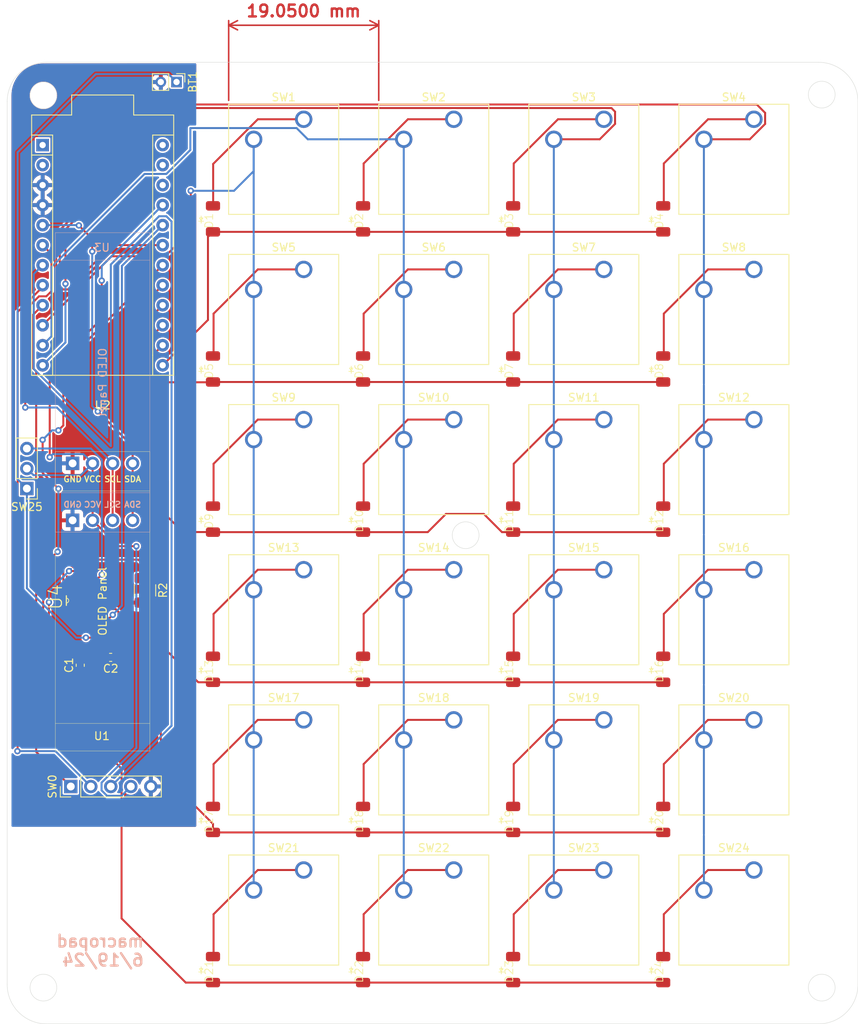
<source format=kicad_pcb>
(kicad_pcb (version 20240108) (generator "pcbnew") (generator_version "8.0")
  (layers (0 "F.Cu" signal) (31 "B.Cu" signal) (34 "B.Paste" user) (35 "F.Paste" user) (36 "B.SilkS" user "B.Silkscreen") (37 "F.SilkS" user "F.Silkscreen") (38 "B.Mask" user) (39 "F.Mask" user) (44 "Edge.Cuts" user))
  (net 0 "")
  (net 1 "GND")
  (net 2 "+5V")
  (net 3 "SCL")
  (net 4 "SDA")
  (net 5 "OUT1")
  (net 6 "Net-(D1-A)")
  (net 7 "Net-(D2-A)")
  (net 8 "Net-(D3-A)")
  (net 9 "Net-(D4-A)")
  (net 10 "Net-(D5-A)")
  (net 11 "Net-(D6-A)")
  (net 12 "OUT2")
  (net 13 "Net-(D7-A)")
  (net 14 "Net-(D8-A)")
  (net 15 "Net-(D9-A)")
  (net 16 "Net-(D10-A)")
  (net 17 "OUT3")
  (net 18 "Net-(D11-A)")
  (net 19 "Net-(D12-A)")
  (net 20 "Net-(D13-A)")
  (net 21 "Net-(D14-A)")
  (net 22 "Net-(D15-A)")
  (net 23 "Net-(D16-A)")
  (net 24 "OUT4")
  (net 25 "Net-(D17-A)")
  (net 26 "Net-(D18-A)")
  (net 27 "Net-(D19-A)")
  (net 28 "Net-(D20-A)")
  (net 29 "OUT5")
  (net 30 "CLK")
  (net 31 "SW")
  (net 32 "DT")
  (net 33 "IN1")
  (net 34 "IN2")
  (net 35 "IN3")
  (net 36 "IN4")
  (net 39 "Net-(D21-A)")
  (net 40 "OUT6")
  (net 41 "Net-(D22-A)")
  (net 42 "Net-(D23-A)")
  (net 43 "Net-(D24-A)")
  (net 46 "Net-(BT1-+)")
  (net 47 "Net-(SW25-C)")
  (net 48 "Net-(U4-PROG)")
  (net 49 "STAT")
  (footprint "LL4148:LL4148" (layer "F.Cu") (at 142.125 156.0625 90)
    (property "Reference" "D23")
    (property "Value" "LL4148")
  )
  (footprint "proj_components:SW_Cherry_MX_1.00u_PCB" (layer "F.Cu") (at 115.64 143.48)
    (property "Reference" "SW21")
    (property "Value" "SW_Push")
  )
  (footprint "proj_components:SW_Cherry_MX_1.00u_PCB" (layer "F.Cu") (at 172.79 48.23)
    (property "Reference" "SW4")
    (property "Value" "SW_Push")
  )
  (footprint "proj_components:SW_Cherry_MX_1.00u_PCB" (layer "F.Cu") (at 134.69 86.33)
    (property "Reference" "SW10")
    (property "Value" "SW_Push")
  )
  (footprint "proj_components:SW_Cherry_MX_1.00u_PCB" (layer "F.Cu") (at 153.74 67.28)
    (property "Reference" "SW7")
    (property "Value" "SW_Push")
  )
  (footprint "Capacitor_SMD:C_0603_1608Metric_Pad1.08x0.95mm_HandSolder" (layer "F.Cu") (at 91.1375 116.5 180)
    (property "Reference" "C2")
    (property "Value" "4.7uF")
  )
  (footprint "proj_components:SW_Cherry_MX_1.00u_PCB" (layer "F.Cu") (at 115.64 86.33)
    (property "Reference" "SW9")
    (property "Value" "SW_Push")
  )
  (footprint "Connector_PinHeader_2.54mm:PinHeader_1x03_P2.54mm_Vertical" (layer "F.Cu") (at 80.5 95.08 180)
    (property "Reference" "SW25")
    (property "Value" "SW_SPDT")
  )
  (footprint "proj_components:SW_Cherry_MX_1.00u_PCB" (layer "F.Cu") (at 153.74 143.48)
    (property "Reference" "SW23")
    (property "Value" "SW_Push")
  )
  (footprint "Connector_PinHeader_2.54mm:PinHeader_1x05_P2.54mm_Vertical" (layer "F.Cu") (at 86.075 132.885 90)
    (property "Reference" "SW0")
    (property "Value" "SW_Coded" (hide yes))
  )
  (footprint "LL4148:LL4148" (layer "F.Cu") (at 161.175 156.0625 90)
    (property "Reference" "D24")
    (property "Value" "LL4148")
  )
  (footprint "LL4148:LL4148" (layer "F.Cu") (at 142.125 117.9625 90)
    (property "Reference" "D15")
    (property "Value" "LL4148")
  )
  (footprint "LL4148:LL4148" (layer "F.Cu") (at 104.025 79.8625 90)
    (property "Reference" "D5")
    (property "Value" "LL4148")
  )
  (footprint "LL4148:LL4148" (layer "F.Cu") (at 123.075 98.9125 90)
    (property "Reference" "D10")
    (property "Value" "LL4148")
  )
  (footprint "LL4148:LL4148" (layer "F.Cu") (at 142.125 60.8125 90)
    (property "Reference" "D3")
    (property "Value" "LL4148")
  )
  (footprint "proj_components:SW_Cherry_MX_1.00u_PCB" (layer "F.Cu") (at 115.64 124.43)
    (property "Reference" "SW17")
    (property "Value" "SW_Push")
  )
  (footprint "proj_components:SW_Cherry_MX_1.00u_PCB" (layer "F.Cu") (at 153.74 105.38)
    (property "Reference" "SW15")
    (property "Value" "SW_Push")
  )
  (footprint "LL4148:LL4148" (layer "F.Cu") (at 123.075 156.0625 90)
    (property "Reference" "D22")
    (property "Value" "LL4148")
  )
  (footprint "proj_components:SW_Cherry_MX_1.00u_PCB" (layer "F.Cu") (at 172.79 124.43)
    (property "Reference" "SW20")
    (property "Value" "SW_Push")
  )
  (footprint "proj_components:SOT95P280X145-5N" (layer "F.Cu") (at 87.0602 109.2954 90)
    (property "Reference" "U4")
    (property "Value" "MCP73831T-2ACI_OT")
  )
  (footprint "proj_components:SW_Cherry_MX_1.00u_PCB" (layer "F.Cu") (at 172.79 86.33)
    (property "Reference" "SW12")
    (property "Value" "SW_Push")
  )
  (footprint "LL4148:LL4148" (layer "F.Cu") (at 123.075 79.8625 90)
    (property "Reference" "D6")
    (property "Value" "LL4148")
  )
  (footprint "Capacitor_SMD:C_0603_1608Metric_Pad1.08x0.95mm_HandSolder" (layer "F.Cu") (at 87.275 117.5 90)
    (property "Reference" "C1")
    (property "Value" "4.7uF")
  )
  (footprint "LL4148:LL4148" (layer "F.Cu") (at 104.025 98.9125 90)
    (property "Reference" "D9")
    (property "Value" "LL4148")
  )
  (footprint "proj_components:SW_Cherry_MX_1.00u_PCB" (layer "F.Cu") (at 115.64 48.23)
    (property "Reference" "SW1")
    (property "Value" "SW_Push")
  )
  (footprint "LL4148:LL4148" (layer "F.Cu") (at 104.025 156.0625 90)
    (property "Reference" "D21")
    (property "Value" "LL4148")
  )
  (footprint "LL4148:LL4148" (layer "F.Cu") (at 161.175 79.8625 90)
    (property "Reference" "D8")
    (property "Value" "LL4148")
  )
  (footprint "proj_components:SW_Cherry_MX_1.00u_PCB" (layer "F.Cu") (at 134.69 67.28)
    (property "Reference" "SW6")
    (property "Value" "SW_Push")
  )
  (footprint "LL4148:LL4148" (layer "F.Cu") (at 161.175 117.9625 90)
    (property "Reference" "D16")
    (property "Value" "LL4148")
  )
  (footprint "LL4148:LL4148" (layer "F.Cu") (at 142.125 79.8625 90)
    (property "Reference" "D7")
    (property "Value" "LL4148")
  )
  (footprint "proj_components:SW_Cherry_MX_1.00u_PCB" (layer "F.Cu") (at 172.79 67.28)
    (property "Reference" "SW8")
    (property "Value" "SW_Push")
  )
  (footprint "LL4148:LL4148" (layer "F.Cu") (at 142.125 98.9125 90)
    (property "Reference" "D11")
    (property "Value" "LL4148")
  )
  (footprint "proj_components:SW_Cherry_MX_1.00u_PCB" (layer "F.Cu") (at 134.69 105.38)
    (property "Reference" "SW14")
    (property "Value" "SW_Push")
  )
  (footprint "LL4148:LL4148" (layer "F.Cu") (at 161.175 137.0125 90)
    (property "Reference" "D20")
    (property "Value" "LL4148")
  )
  (footprint "LL4148:LL4148" (layer "F.Cu") (at 123.075 60.8125 90)
    (property "Reference" "D2")
    (property "Value" "LL4148")
  )
  (footprint "proj_components:SW_Cherry_MX_1.00u_PCB" (layer "F.Cu") (at 172.79 105.38)
    (property "Reference" "SW16")
    (property "Value" "SW_Push")
  )
  (footprint "proj_components:SW_Cherry_MX_1.00u_PCB" (layer "F.Cu") (at 134.69 124.43)
    (property "Reference" "SW18")
    (property "Value" "SW_Push")
  )
  (footprint "proj_components:SW_Cherry_MX_1.00u_PCB" (layer "F.Cu") (at 153.74 124.43)
    (property "Reference" "SW19")
    (property "Value" "SW_Push")
  )
  (footprint "LL4148:LL4148" (layer "F.Cu") (at 104.025 137.0125 90)
    (property "Reference" "D17")
    (property "Value" "LL4148")
  )
  (footprint "LL4148:LL4148" (layer "F.Cu") (at 123.075 117.9625 90)
    (property "Reference" "D14")
    (property "Value" "LL4148")
  )
  (footprint "LL4148:LL4148" (layer "F.Cu") (at 123.075 137.0125 90)
    (property "Reference" "D18")
    (property "Value" "LL4148")
  )
  (footprint "LL4148:LL4148" (layer "F.Cu") (at 104.025 60.8125 90)
    (property "Reference" "D1")
    (property "Value" "LL4148")
  )
  (footprint "proj_components:SW_Cherry_MX_1.00u_PCB" (layer "F.Cu") (at 115.64 105.38)
    (property "Reference" "SW13")
    (property "Value" "SW_Push")
  )
  (footprint "proj_components:SW_Cherry_MX_1.00u_PCB" (layer "F.Cu") (at 134.69 143.48)
    (property "Reference" "SW22")
    (property "Value" "SW_Push")
  )
  (footprint "Connector_PinHeader_2.00mm:PinHeader_1x02_P2.00mm_Vertical" (layer "F.Cu") (at 99.5 43.5 -90)
    (property "Reference" "BT1")
    (property "Value" "Battery")
  )
  (footprint "proj_components:SW_Cherry_MX_1.00u_PCB" (layer "F.Cu") (at 153.74 86.33)
    (property "Reference" "SW11")
    (property "Value" "SW_Push")
  )
  (footprint "proj_components:SSD1306-0.91-OLED-4pin-128x32" (layer "F.Cu") (at 84.115 128.385 90)
    (property "Reference" "U1")
    (property "Value" "SSD1306")
  )
  (footprint "LL4148:LL4148" (layer "F.Cu") (at 142.125 137.0125 90)
    (property "Reference" "D19")
    (property "Value" "LL4148")
  )
  (footprint "proj_components:SW_Cherry_MX_1.00u_PCB" (layer "F.Cu") (at 115.64 67.28)
    (property "Reference" "SW5")
    (property "Value" "SW_Push")
  )
  (footprint "proj_components:SW_Cherry_MX_1.00u_PCB" (layer "F.Cu") (at 134.69 48.23)
    (property "Reference" "SW2")
    (property "Value" "SW_Push")
  )
  (footprint "LL4148:LL4148" (layer "F.Cu") (at 161.175 60.8125 90)
    (property "Reference" "D4")
    (property "Value" "LL4148")
  )
  (footprint "LL4148:LL4148" (layer "F.Cu") (at 104.025 117.9625 90)
    (property "Reference" "D13")
    (property "Value" "LL4148")
  )
  (footprint "proj_components:SW_Cherry_MX_1.00u_PCB" (layer "F.Cu") (at 172.79 143.48)
    (property "Reference" "SW24")
    (property "Value" "SW_Push")
  )
  (footprint "Resistor_SMD:R_1210_3225Metric_Pad1.30x2.65mm_HandSolder" (layer "F.Cu") (at 95.5 108 -90)
    (property "Reference" "R2")
    (property "Value" "2K")
  )
  (footprint "LL4148:LL4148" (layer "F.Cu") (at 161.175 98.9125 90)
    (property "Reference" "D12")
    (property "Value" "LL4148")
  )
  (footprint "proj_components:SW_Cherry_MX_1.00u_PCB" (layer "F.Cu") (at 153.74 48.23)
    (property "Reference" "SW3")
    (property "Value" "SW_Push")
  )
  (footprint "proj_components:Sparkfun_Pro_Micro" (layer "F.Cu") (at 97.74 79.44 180)
    (property "Reference" "U2")
    (property "Value" "ProMicro")
  )
  (footprint "proj_components:SSD1306-0.91-OLED-4pin-128x32" (layer "B.Cu") (at 84.115 62.615 -90)
    (property "Reference" "U3")
    (property "Value" "SSD1306")
  )
  (gr_line (start 83 41) (end 181 41) (stroke (width 0.05)) (layer "Edge.Cuts"))
  (gr_line (start 78 158) (end 78 46) (stroke (width 0.05)) (layer "Edge.Cuts"))
  (gr_line (start 181 163) (end 83 163) (stroke (width 0.05)) (layer "Edge.Cuts"))
  (gr_circle (center 82.599138 158.400862) (end 82.599138 156.700862) (stroke (width 0.05)) (fill none) (layer "Edge.Cuts"))
  (gr_line (start 186 46) (end 186 158) (stroke (width 0.05)) (layer "Edge.Cuts"))
  (gr_arc (start 78 46) (mid 79.464466 42.464466) (end 83 41) (stroke (width 0.05)) (layer "Edge.Cuts"))
  (gr_circle (center 181.4 158.4) (end 179.7 158.4) (stroke (width 0.05)) (fill none) (layer "Edge.Cuts"))
  (gr_circle (center 82.599138 45.199138) (end 84.299138 45.199138) (stroke (width 0.05)) (fill none) (layer "Edge.Cuts"))
  (gr_arc (start 181 41) (mid 184.535534 42.464466) (end 186 46) (stroke (width 0.05)) (layer "Edge.Cuts"))
  (gr_arc (start 83 163) (mid 79.464466 161.535534) (end 78 158) (stroke (width 0.05)) (layer "Edge.Cuts"))
  (gr_circle (center 136.2 101) (end 136.2 102.7) (stroke (width 0.05)) (fill none) (layer "Edge.Cuts"))
  (gr_arc (start 186 158) (mid 184.535534 161.535534) (end 181 163) (stroke (width 0.05)) (layer "Edge.Cuts"))
  (gr_circle (center 181.4 45.1) (end 181.4 46.8) (stroke (width 0.05)) (fill none) (layer "Edge.Cuts"))
  (gr_text "macropad\n6/19/24" (at 95.5 155.8 0) (layer "B.SilkS") (effects (font (size 1.5 1.5) (thickness 0.3) (bold yes)) (justify left bottom mirror)))
  (dimension (type aligned) (layer "F.Cu") (pts (xy 106.115 46.325) (xy 125.165 46.325)) (height -10.025) (gr_text "19.0500 mm" (at 115.64 34.5 0) (layer "F.Cu") (effects (font (size 1.5 1.5) (thickness 0.3)))) (format (prefix "") (suffix "") (units 3) (units_format 1) (precision 4)) (style (thickness 0.2) (arrow_length 1.27) (text_position_mode 0) (extension_height 0.58642) (extension_offset 0.5) keep_text_aligned))
  (segment (start 83.4 91.1) (end 83.4 80.130991) (width 0.25) (layer "F.Cu") (net 2))
  (segment (start 88.845 99.115) (end 88.845 91.885) (width 0.25) (layer "F.Cu") (net 2))
  (segment (start 92.13 102.4) (end 94.4 102.4) (width 0.25) (layer "F.Cu") (net 2))
  (segment (start 90 73.530991) (end 90 68.7) (width 0.25) (layer "F.Cu") (net 2))
  (segment (start 88.845 99.115) (end 92.13 102.4) (width 0.25) (layer "F.Cu") (net 2))
  (segment (start 83.4 80.130991) (end 90 73.530991) (width 0.25) (layer "F.Cu") (net 2))
  (via (at 94.4 102.4) (size 0.8) (drill 0.4) (layers "F.Cu" "B.Cu") (net 2))
  (via (at 83.4 91.1) (size 0.8) (drill 0.4) (layers "F.Cu" "B.Cu") (net 2))
  (via (at 90 68.7) (size 0.8) (drill 0.4) (layers "F.Cu" "B.Cu") (net 2))
  (segment (start 92.52 134.06) (end 93.695 132.885) (width 0.25) (layer "B.Cu") (net 2))
  (segment (start 80.5 92.54) (end 81.35 93.39) (width 0.25) (layer "B.Cu") (net 2))
  (segment (start 90 66.86) (end 97.74 59.12) (width 0.25) (layer "B.Cu") (net 2))
  (segment (start 90 68.7) (end 90 66.86) (width 0.25) (layer "B.Cu") (net 2))
  (segment (start 90.668299 134.06) (end 92.52 134.06) (width 0.25) (layer "B.Cu") (net 2))
  (segment (start 89.98 132.398299) (end 89.98 133.371701) (width 0.25) (layer "B.Cu") (net 2))
  (segment (start 83.79 90.71) (end 83.4 91.1) (width 0.25) (layer "B.Cu") (net 2))
  (segment (start 87.67 90.71) (end 83.79 90.71) (width 0.25) (layer "B.Cu") (net 2))
  (segment (start 88.845 91.885) (end 87.67 90.71) (width 0.25) (layer "B.Cu") (net 2))
  (segment (start 94.4 102.4) (end 94.4 127.978299) (width 0.25) (layer "B.Cu") (net 2))
  (segment (start 94.4 127.978299) (end 89.98 132.398299) (width 0.25) (layer "B.Cu") (net 2))
  (segment (start 87.34 93.39) (end 88.845 91.885) (width 0.25) (layer "B.Cu") (net 2))
  (segment (start 81.35 93.39) (end 87.34 93.39) (width 0.25) (layer "B.Cu") (net 2))
  (segment (start 89.98 133.371701) (end 90.668299 134.06) (width 0.25) (layer "B.Cu") (net 2))
  (segment (start 82.034009 70.695) (end 80.3 72.429009) (width 0.25) (layer "F.Cu") (net 3))
  (segment (start 82.965991 70.695) (end 82.034009 70.695) (width 0.25) (layer "F.Cu") (net 3))
  (segment (start 80.3 72.429009) (end 80.3 84.8) (width 0.25) (layer "F.Cu") (net 3))
  (segment (start 83.625 65.325) (end 83.625 70.035991) (width 0.25) (layer "F.Cu") (net 3))
  (segment (start 83.625 70.035991) (end 82.965991 70.695) (width 0.25) (layer "F.Cu") (net 3))
  (segment (start 82.5 64.2) (end 83.625 65.325) (width 0.25) (layer "F.Cu") (net 3))
  (segment (start 91.385 91.885) (end 91.385 99.115) (width 0.25) (layer "F.Cu") (net 3))
  (via (at 80.3 84.8) (size 0.8) (drill 0.4) (layers "F.Cu" "B.Cu") (net 3))
  (segment (start 80.3 84.8) (end 84.3 84.8) (width 0.25) (layer "B.Cu") (net 3))
  (segment (start 84.3 84.8) (end 91.385 91.885) (width 0.25) (layer "B.Cu") (net 3))
  (segment (start 93.925 91.885) (end 93.925 99.115) (width 0.25) (layer "F.Cu") (net 4))
  (segment (start 93.925 89.725) (end 93.925 91.885) (width 0.25) (layer "F.Cu") (net 4))
  (segment (start 88.8 63.4) (end 88.8 65) (width 0.25) (layer "F.Cu") (net 4))
  (segment (start 87.1 61.7) (end 88.8 63.4) (width 0.25) (layer "F.Cu") (net 4))
  (segment (start 89.5 85.3) (end 93.925 89.725) (width 0.25) (layer "F.Cu") (net 4))
  (via (at 89.5 85.3) (size 0.8) (drill 0.4) (layers "F.Cu" "B.Cu") (net 4))
  (via (at 88.8 65) (size 0.8) (drill 0.4) (layers "F.Cu" "B.Cu") (net 4))
  (via (at 87.1 61.7) (size 0.8) (drill 0.4) (layers "F.Cu" "B.Cu") (net 4))
  (segment (start 88.8 65) (end 88.8 84.6) (width 0.25) (layer "B.Cu") (net 4))
  (segment (start 87.06 61.66) (end 87.1 61.7) (width 0.25) (layer "B.Cu") (net 4))
  (segment (start 82.5 61.66) (end 87.06 61.66) (width 0.25) (layer "B.Cu") (net 4))
  (segment (start 88.8 84.6) (end 89.5 85.3) (width 0.25) (layer "B.Cu") (net 4))
  (segment (start 104.125 62.5125) (end 103.4875 63.15) (width 0.25) (layer "F.Cu") (net 5))
  (segment (start 104.125 62.5125) (end 161.275 62.5125) (width 0.25) (layer "F.Cu") (net 5))
  (segment (start 103.4875 73.6925) (end 97.74 79.44) (width 0.25) (layer "F.Cu") (net 5))
  (segment (start 103.4875 63.15) (end 103.4875 73.6925) (width 0.25) (layer "F.Cu") (net 5))
  (segment (start 115.64 48.23) (end 109.814745 48.23) (width 0.25) (layer "F.Cu") (net 6))
  (segment (start 109.814745 48.23) (end 104.15 53.894745) (width 0.25) (layer "F.Cu") (net 6))
  (segment (start 104.15 53.894745) (end 104.15 59.2125) (width 0.25) (layer "F.Cu") (net 6))
  (segment (start 128.864745 48.23) (end 123.25 53.844745) (width 0.25) (layer "F.Cu") (net 7))
  (segment (start 134.69 48.23) (end 128.864745 48.23) (width 0.25) (layer "F.Cu") (net 7))
  (segment (start 123.25 53.844745) (end 123.25 58.85) (width 0.25) (layer "F.Cu") (net 7))
  (segment (start 142.3 53.844745) (end 142.3 58.85) (width 0.25) (layer "F.Cu") (net 8))
  (segment (start 153.74 48.23) (end 147.914745 48.23) (width 0.25) (layer "F.Cu") (net 8))
  (segment (start 147.914745 48.23) (end 142.3 53.844745) (width 0.25) (layer "F.Cu") (net 8))
  (segment (start 161.35 53.844745) (end 161.35 58.85) (width 0.25) (layer "F.Cu") (net 9))
  (segment (start 172.79 48.23) (end 166.964745 48.23) (width 0.25) (layer "F.Cu") (net 9))
  (segment (start 166.964745 48.23) (end 161.35 53.844745) (width 0.25) (layer "F.Cu") (net 9))
  (segment (start 109.814745 67.28) (end 104.2 72.894745) (width 0.25) (layer "F.Cu") (net 10))
  (segment (start 104.2 72.894745) (end 104.2 77.9) (width 0.25) (layer "F.Cu") (net 10))
  (segment (start 115.64 67.28) (end 109.814745 67.28) (width 0.25) (layer "F.Cu") (net 10))
  (segment (start 134.69 67.28) (end 128.864745 67.28) (width 0.25) (layer "F.Cu") (net 11))
  (segment (start 123.25 72.894745) (end 123.25 77.9) (width 0.25) (layer "F.Cu") (net 11))
  (segment (start 128.864745 67.28) (end 123.25 72.894745) (width 0.25) (layer "F.Cu") (net 11))
  (segment (start 104.0875 81.6) (end 104.125 81.5625) (width 0.25) (layer "F.Cu") (net 12))
  (segment (start 96.615 79.905991) (end 98.309009 81.6) (width 0.25) (layer "F.Cu") (net 12))
  (segment (start 97.74 76.9) (end 96.615 78.025) (width 0.25) (layer "F.Cu") (net 12))
  (segment (start 161.275 81.5625) (end 104.125 81.5625) (width 0.25) (layer "F.Cu") (net 12))
  (segment (start 98.309009 81.6) (end 104.0875 81.6) (width 0.25) (layer "F.Cu") (net 12))
  (segment (start 96.615 78.025) (end 96.615 79.905991) (width 0.25) (layer "F.Cu") (net 12))
  (segment (start 142.3 72.894745) (end 142.3 77.9) (width 0.25) (layer "F.Cu") (net 13))
  (segment (start 147.914745 67.28) (end 142.3 72.894745) (width 0.25) (layer "F.Cu") (net 13))
  (segment (start 153.74 67.28) (end 147.914745 67.28) (width 0.25) (layer "F.Cu") (net 13))
  (segment (start 166.964745 67.28) (end 161.35 72.894745) (width 0.25) (layer "F.Cu") (net 14))
  (segment (start 161.35 72.894745) (end 161.35 77.9) (width 0.25) (layer "F.Cu") (net 14))
  (segment (start 172.79 67.28) (end 166.964745 67.28) (width 0.25) (layer "F.Cu") (net 14))
  (segment (start 109.814745 86.33) (end 104.2 91.944745) (width 0.25) (layer "F.Cu") (net 15))
  (segment (start 104.2 91.944745) (end 104.2 96.95) (width 0.25) (layer "F.Cu") (net 15))
  (segment (start 115.64 86.33) (end 109.814745 86.33) (width 0.25) (layer "F.Cu") (net 15))
  (segment (start 123.25 91.944745) (end 123.25 96.95) (width 0.25) (layer "F.Cu") (net 16))
  (segment (start 128.864745 86.33) (end 123.25 91.944745) (width 0.25) (layer "F.Cu") (net 16))
  (segment (start 134.69 86.33) (end 128.864745 86.33) (width 0.25) (layer "F.Cu") (net 16))
  (segment (start 140.8125 100.6125) (end 142.225 100.6125) (width 0.25) (layer "F.Cu") (net 17))
  (segment (start 104.125 100.6125) (end 131.3875 100.6125) (width 0.25) (layer "F.Cu") (net 17))
  (segment (start 138.5 98.3) (end 140.8125 100.6125) (width 0.25) (layer "F.Cu") (net 17))
  (segment (start 161.275 100.6125) (end 142.225 100.6125) (width 0.25) (layer "F.Cu") (net 17))
  (segment (start 131.3875 100.6125) (end 133.7 98.3) (width 0.25) (layer "F.Cu") (net 17))
  (segment (start 133.7 98.3) (end 138.5 98.3) (width 0.25) (layer "F.Cu") (net 17))
  (segment (start 98.4 94.125) (end 98.4 98.7) (width 0.25) (layer "F.Cu") (net 17))
  (segment (start 104.1125 100.6) (end 104.125 100.6125) (width 0.25) (layer "F.Cu") (net 17))
  (segment (start 97.74 74.36) (end 96.165 75.935) (width 0.25) (layer "F.Cu") (net 17))
  (segment (start 96.165 75.935) (end 96.165 91.89) (width 0.25) (layer "F.Cu") (net 17))
  (segment (start 98.4 98.7) (end 100.3 100.6) (width 0.25) (layer "F.Cu") (net 17))
  (segment (start 96.165 91.89) (end 98.4 94.125) (width 0.25) (layer "F.Cu") (net 17))
  (segment (start 100.3 100.6) (end 104.1125 100.6) (width 0.25) (layer "F.Cu") (net 17))
  (segment (start 153.74 86.33) (end 147.914745 86.33) (width 0.25) (layer "F.Cu") (net 18))
  (segment (start 142.3 91.944745) (end 142.3 96.95) (width 0.25) (layer "F.Cu") (net 18))
  (segment (start 147.914745 86.33) (end 142.3 91.944745) (width 0.25) (layer "F.Cu") (net 18))
  (segment (start 161.35 91.944745) (end 161.35 96.95) (width 0.25) (layer "F.Cu") (net 19))
  (segment (start 172.79 86.33) (end 166.964745 86.33) (width 0.25) (layer "F.Cu") (net 19))
  (segment (start 166.964745 86.33) (end 161.35 91.944745) (width 0.25) (layer "F.Cu") (net 19))
  (segment (start 115.64 105.38) (end 109.814745 105.38) (width 0.25) (layer "F.Cu") (net 20))
  (segment (start 104.2 110.994745) (end 104.2 116) (width 0.25) (layer "F.Cu") (net 20))
  (segment (start 109.814745 105.38) (end 104.2 110.994745) (width 0.25) (layer "F.Cu") (net 20))
  (segment (start 123.25 110.994745) (end 123.25 116) (width 0.25) (layer "F.Cu") (net 21))
  (segment (start 128.864745 105.38) (end 123.25 110.994745) (width 0.25) (layer "F.Cu") (net 21))
  (segment (start 134.69 105.38) (end 128.864745 105.38) (width 0.25) (layer "F.Cu") (net 21))
  (segment (start 142.3 110.994745) (end 142.3 116) (width 0.25) (layer "F.Cu") (net 22))
  (segment (start 153.74 105.38) (end 147.914745 105.38) (width 0.25) (layer "F.Cu") (net 22))
  (segment (start 147.914745 105.38) (end 142.3 110.994745) (width 0.25) (layer "F.Cu") (net 22))
  (segment (start 172.79 105.38) (end 166.964745 105.38) (width 0.25) (layer "F.Cu") (net 23))
  (segment (start 166.964745 105.38) (end 161.35 110.994745) (width 0.25) (layer "F.Cu") (net 23))
  (segment (start 161.35 110.994745) (end 161.35 116) (width 0.25) (layer "F.Cu") (net 23))
  (segment (start 95.715 92.076396) (end 95.715 73.845) (width 0.25) (layer "F.Cu") (net 24))
  (segment (start 95.715 73.845) (end 97.74 71.82) (width 0.25) (layer "F.Cu") (net 24))
  (segment (start 97.95 94.311396) (end 95.715 92.076396) (width 0.25) (layer "F.Cu") (net 24))
  (segment (start 104.125 119.6625) (end 102.2625 119.6625) (width 0.25) (layer "F.Cu") (net 24))
  (segment (start 97.95 115.35) (end 97.95 94.311396) (width 0.25) (layer "F.Cu") (net 24))
  (segment (start 102.2625 119.6625) (end 97.95 115.35) (width 0.25) (layer "F.Cu") (net 24))
  (segment (start 104.125 119.6625) (end 161.275 119.6625) (width 0.25) (layer "F.Cu") (net 24))
  (segment (start 115.64 124.43) (end 109.814745 124.43) (width 0.25) (layer "F.Cu") (net 25))
  (segment (start 104.2 130.044745) (end 104.2 135.05) (width 0.25) (layer "F.Cu") (net 25))
  (segment (start 109.814745 124.43) (end 104.2 130.044745) (width 0.25) (layer "F.Cu") (net 25))
  (segment (start 128.864745 124.43) (end 123.25 130.044745) (width 0.25) (layer "F.Cu") (net 26))
  (segment (start 134.69 124.43) (end 128.864745 124.43) (width 0.25) (layer "F.Cu") (net 26))
  (segment (start 123.25 130.044745) (end 123.25 135.05) (width 0.25) (layer "F.Cu") (net 26))
  (segment (start 153.74 124.43) (end 147.914745 124.43) (width 0.25) (layer "F.Cu") (net 27))
  (segment (start 142.3 130.044745) (end 142.3 135.05) (width 0.25) (layer "F.Cu") (net 27))
  (segment (start 147.914745 124.43) (end 142.3 130.044745) (width 0.25) (layer "F.Cu") (net 27))
  (segment (start 172.79 124.43) (end 166.964745 124.43) (width 0.25) (layer "F.Cu") (net 28))
  (segment (start 161.35 130.044745) (end 161.35 135.05) (width 0.25) (layer "F.Cu") (net 28))
  (segment (start 166.964745 124.43) (end 161.35 130.044745) (width 0.25) (layer "F.Cu") (net 28))
  (segment (start 95.265 92.262792) (end 95.265 71.755) (width 0.25) (layer "F.Cu") (net 29))
  (segment (start 104.125 137.625) (end 97.5 131) (width 0.25) (layer "F.Cu") (net 29))
  (segment (start 104.125 138.7125) (end 104.125 137.625) (width 0.25) (layer "F.Cu") (net 29))
  (segment (start 97.5 131) (end 97.5 94.497792) (width 0.25) (layer "F.Cu") (net 29))
  (segment (start 95.265 71.755) (end 97.74 69.28) (width 0.25) (layer "F.Cu") (net 29))
  (segment (start 97.5 94.497792) (end 95.265 92.262792) (width 0.25) (layer "F.Cu") (net 29))
  (segment (start 161.275 138.7125) (end 104.125 138.7125) (width 0.25) (layer "F.Cu") (net 29))
  (segment (start 81.3 79.830991) (end 81.3 73.02) (width 0.25) (layer "F.Cu") (net 30))
  (segment (start 81.684504 128.494504) (end 81.684504 80.215495) (width 0.25) (layer "F.Cu") (net 30))
  (segment (start 81.684504 80.215495) (end 81.3 79.830991) (width 0.25) (layer "F.Cu") (net 30))
  (segment (start 81.3 73.02) (end 82.5 71.82) (width 0.25) (layer "F.Cu") (net 30))
  (segment (start 86.075 132.885) (end 81.684504 128.494504) (width 0.25) (layer "F.Cu") (net 30))
  (segment (start 98.865 125.175) (end 91.155 132.885) (width 0.25) (layer "B.Cu") (net 31))
  (segment (start 81.375 67.865) (end 81.375 79.905991) (width 0.25) (layer "B.Cu") (net 31))
  (segment (start 82.5 66.74) (end 81.375 67.865) (width 0.25) (layer "B.Cu") (net 31))
  (segment (start 81.375 79.905991) (end 91.155 89.685991) (width 0.25) (layer "B.Cu") (net 31))
  (segment (start 91.155 66.654009) (end 97.274009 60.535) (width 0.25) (layer "B.Cu") (net 31))
  (segment (start 91.155 89.685991) (end 91.155 66.654009) (width 0.25) (layer "B.Cu") (net 31))
  (segment (start 98.865 61.194009) (end 98.865 125.175) (width 0.25) (layer "B.Cu") (net 31))
  (segment (start 97.274009 60.535) (end 98.205991 60.535) (width 0.25) (layer "B.Cu") (net 31))
  (segment (start 98.205991 60.535) (end 98.865 61.194009) (width 0.25) (layer "B.Cu") (net 31))
  (segment (start 82.5 69.5) (end 82.5 69.28) (width 0.25) (layer "F.Cu") (net 32))
  (segment (start 79.325 128.425) (end 79.325 72.675) (width 0.25) (layer "F.Cu") (net 32))
  (segment (start 79.325 72.675) (end 82.5 69.5) (width 0.25) (layer "F.Cu") (net 32))
  (segment (start 79.3 128.4) (end 79.325 128.425) (width 0.25) (layer "F.Cu") (net 32))
  (via (at 79.3 128.4) (size 0.8) (drill 0.4) (layers "F.Cu" "B.Cu") (net 32))
  (segment (start 79.3 128.4) (end 84.13 128.4) (width 0.25) (layer "B.Cu") (net 32))
  (segment (start 84.13 128.4) (end 88.615 132.885) (width 0.25) (layer "B.Cu") (net 32))
  (segment (start 91.245 65.615) (end 82.5 74.36) (width 0.25) (layer "F.Cu") (net 33))
  (segment (start 98.0524 65.615) (end 101.3 62.3674) (width 0.25) (layer "F.Cu") (net 33))
  (segment (start 98.0524 65.615) (end 91.245 65.615) (width 0.25) (layer "F.Cu") (net 33))
  (segment (start 101.3 62.3674) (end 101.3 57.3) (width 0.25) (layer "F.Cu") (net 33))
  (via (at 101.3 57.3) (size 0.8) (drill 0.4) (layers "F.Cu" "B.Cu") (net 33))
  (segment (start 109.29 126.97) (end 109.29 120.06) (width 0.25) (layer "B.Cu") (net 33))
  (segment (start 109.29 88.87) (end 109.29 81.96) (width 0.25) (layer "B.Cu") (net 33))
  (segment (start 109.29 69.82) (end 109.29 81.79) (width 0.25) (layer "B.Cu") (net 33))
  (segment (start 109.29 126.97) (end 109.29 138.94) (width 0.25) (layer "B.Cu") (net 33))
  (segment (start 101.3 57.3) (end 106.8 57.3) (width 0.25) (layer "B.Cu") (net 33))
  (segment (start 109.29 54.81) (end 109.29 50.77) (width 0.25) (layer "B.Cu") (net 33))
  (segment (start 109.29 50.77) (end 109.29 62.74) (width 0.25) (layer "B.Cu") (net 33))
  (segment (start 106.8 57.3) (end 109.29 54.81) (width 0.25) (layer "B.Cu") (net 33))
  (segment (start 109.29 146.02) (end 109.29 139.11) (width 0.25) (layer "B.Cu") (net 33))
  (segment (start 109.29 107.92) (end 109.29 119.89) (width 0.25) (layer "B.Cu") (net 33))
  (segment (start 109.29 88.87) (end 109.29 100.84) (width 0.25) (layer "B.Cu") (net 33))
  (segment (start 109.29 69.82) (end 109.29 62.91) (width 0.25) (layer "B.Cu") (net 33))
  (segment (start 109.29 107.92) (end 109.29 101.01) (width 0.25) (layer "B.Cu") (net 33))
  (segment (start 128.34 69.82) (end 128.34 81.79) (width 0.25) (layer "B.Cu") (net 34))
  (segment (start 128.34 107.92) (end 128.34 119.89) (width 0.25) (layer "B.Cu") (net 34))
  (segment (start 128.34 88.87) (end 128.34 100.84) (width 0.25) (layer "B.Cu") (net 34))
  (segment (start 83.625 75.775) (end 82.5 76.9) (width 0.25) (layer "B.Cu") (net 34))
  (segment (start 128.34 88.87) (end 128.34 81.96) (width 0.25) (layer "B.Cu") (net 34))
  (segment (start 116.164745 50.77) (end 114.739745 49.345) (width 0.25) (layer "B.Cu") (net 34))
  (segment (start 101.255 52.115991) (end 98.205991 55.165) (width 0.25) (layer "B.Cu") (net 34))
  (segment (start 83.625 66.975) (end 83.625 75.775) (width 0.25) (layer "B.Cu") (net 34))
  (segment (start 128.34 126.97) (end 128.34 120.06) (width 0.25) (layer "B.Cu") (net 34))
  (segment (start 114.739745 49.345) (end 101.255 49.345) (width 0.25) (layer "B.Cu") (net 34))
  (segment (start 95.435 55.165) (end 83.625 66.975) (width 0.25) (layer "B.Cu") (net 34))
  (segment (start 128.34 69.82) (end 128.34 50.77) (width 0.25) (layer "B.Cu") (net 34))
  (segment (start 128.34 126.97) (end 128.34 138.94) (width 0.25) (layer "B.Cu") (net 34))
  (segment (start 128.34 107.92) (end 128.34 101.01) (width 0.25) (layer "B.Cu") (net 34))
  (segment (start 128.34 146.02) (end 128.34 139.11) (width 0.25) (layer "B.Cu") (net 34))
  (segment (start 98.205991 55.165) (end 95.435 55.165) (width 0.25) (layer "B.Cu") (net 34))
  (segment (start 128.34 50.77) (end 116.164745 50.77) (width 0.25) (layer "B.Cu") (net 34))
  (segment (start 101.255 49.345) (end 101.255 52.115991) (width 0.25) (layer "B.Cu") (net 34))
  (segment (start 155.165 48.820255) (end 155.165 47.265) (width 0.25) (layer "F.Cu") (net 35))
  (segment (start 154.705 46.805) (end 100.795 46.805) (width 0.25) (layer "F.Cu") (net 35))
  (segment (start 153.215255 50.77) (end 155.165 48.820255) (width 0.25) (layer "F.Cu") (net 35))
  (segment (start 100.795 46.805) (end 85.4 62.2) (width 0.25) (layer "F.Cu") (net 35))
  (segment (start 85.4 62.2) (end 85.4 69.1) (width 0.25) (layer "F.Cu") (net 35))
  (segment (start 155.165 47.265) (end 154.705 46.805) (width 0.25) (layer "F.Cu") (net 35))
  (segment (start 147.39 50.77) (end 153.215255 50.77) (width 0.25) (layer "F.Cu") (net 35))
  (via (at 85.4 69.1) (size 0.8) (drill 0.4) (layers "F.Cu" "B.Cu") (net 35))
  (segment (start 147.39 88.87) (end 147.39 100.84) (width 0.25) (layer "B.Cu") (net 35))
  (segment (start 147.39 107.92) (end 147.39 101.01) (width 0.25) (layer "B.Cu") (net 35))
  (segment (start 85.4 76.54) (end 82.5 79.44) (width 0.25) (layer "B.Cu") (net 35))
  (segment (start 147.39 50.77) (end 147.39 69.82) (width 0.25) (layer "B.Cu") (net 35))
  (segment (start 147.39 126.97) (end 147.39 138.94) (width 0.25) (layer "B.Cu") (net 35))
  (segment (start 147.39 126.97) (end 147.39 120.06) (width 0.25) (layer "B.Cu") (net 35))
  (segment (start 147.39 107.92) (end 147.39 119.89) (width 0.25) (layer "B.Cu") (net 35))
  (segment (start 147.39 88.87) (end 147.39 81.96) (width 0.25) (layer "B.Cu") (net 35))
  (segment (start 147.39 146.02) (end 147.39 139.11) (width 0.25) (layer "B.Cu") (net 35))
  (segment (start 85.4 69.1) (end 85.4 76.54) (width 0.25) (layer "B.Cu") (net 35))
  (segment (start 147.39 69.82) (end 147.39 81.79) (width 0.25) (layer "B.Cu") (net 35))
  (segment (start 173.155 46.355) (end 100.608604 46.355) (width 0.25) (layer "F.Cu") (net 36))
  (segment (start 84.675 62.288604) (end 84.675 69.400305) (width 0.25) (layer "F.Cu") (net 36))
  (segment (start 85.099695 69.825) (end 85.700305 69.825) (width 0.25) (layer "F.Cu") (net 36))
  (segment (start 91.325305 64.2) (end 97.74 64.2) (width 0.25) (layer "F.Cu") (net 36))
  (segment (start 166.44 50.77) (end 172.265255 50.77) (width 0.25) (layer "F.Cu") (net 36))
  (segment (start 174.215 48.820255) (end 174.215 47.415) (width 0.25) (layer "F.Cu") (net 36))
  (segment (start 172.265255 50.77) (end 174.215 48.820255) (width 0.25) (layer "F.Cu") (net 36))
  (segment (start 85.700305 69.825) (end 91.325305 64.2) (width 0.25) (layer "F.Cu") (net 36))
  (segment (start 174.215 47.415) (end 173.155 46.355) (width 0.25) (layer "F.Cu") (net 36))
  (segment (start 100.608604 46.355) (end 84.675 62.288604) (width 0.25) (layer "F.Cu") (net 36))
  (segment (start 84.675 69.400305) (end 85.099695 69.825) (width 0.25) (layer "F.Cu") (net 36))
  (segment (start 166.44 107.92) (end 166.44 119.89) (width 0.25) (layer "B.Cu") (net 36))
  (segment (start 166.44 88.87) (end 166.44 81.96) (width 0.25) (layer "B.Cu") (net 36))
  (segment (start 166.44 69.82) (end 166.44 50.77) (width 0.25) (layer "B.Cu") (net 36))
  (segment (start 166.44 88.87) (end 166.44 100.84) (width 0.25) (layer "B.Cu") (net 36))
  (segment (start 166.44 126.97) (end 166.44 120.06) (width 0.25) (layer "B.Cu") (net 36))
  (segment (start 166.44 126.97) (end 166.44 138.94) (width 0.25) (layer "B.Cu") (net 36))
  (segment (start 166.44 146.02) (end 166.44 139.11) (width 0.25) (layer "B.Cu") (net 36))
  (segment (start 166.44 107.92) (end 166.44 101.01) (width 0.25) (layer "B.Cu") (net 36))
  (segment (start 166.44 69.82) (end 166.44 81.79) (width 0.25) (layer "B.Cu") (net 36))
  (segment (start 115.64 143.48) (end 109.814745 143.48) (width 0.25) (layer "F.Cu") (net 39))
  (segment (start 109.814745 143.48) (end 104.2 149.094745) (width 0.25) (layer "F.Cu") (net 39))
  (segment (start 104.2 149.094745) (end 104.2 154.1) (width 0.25) (layer "F.Cu") (net 39))
  (segment (start 92.52 149.62) (end 100.6625 157.7625) (width 0.25) (layer "F.Cu") (net 40))
  (segment (start 84.4 103.1) (end 82.575 104.925) (width 0.25) (layer "F.Cu") (net 40))
  (segment (start 82.5 93.1) (end 84.5 95.1) (width 0.25) (layer "F.Cu") (net 40))
  (segment (start 85.13 79.35) (end 97.74 66.74) (width 0.25) (layer "F.Cu") (net 40))
  (segment (start 104.125 157.7625) (end 161.275 157.7625) (width 0.25) (layer "F.Cu") (net 40))
  (segment (start 82.575 120.675) (end 92.52 130.62) (width 0.25) (layer "F.Cu") (net 40))
  (segment (start 82.5 88.9) (end 82.5 93.1) (width 0.25) (layer "F.Cu") (net 40))
  (segment (start 92.52 130.62) (end 92.52 149.62) (width 0.25) (layer "F.Cu") (net 40))
  (segment (start 100.6625 157.7625) (end 104.125 157.7625) (width 0.25) (layer "F.Cu") (net 40))
  (segment (start 82.575 104.925) (end 82.575 120.675) (width 0.25) (layer "F.Cu") (net 40))
  (segment (start 84.5 87.7) (end 85.13 87.07) (width 0.25) (layer "F.Cu") (net 40))
  (segment (start 85.13 87.07) (end 85.13 79.35) (width 0.25) (layer "F.Cu") (net 40))
  (via (at 84.5 87.7) (size 0.8) (drill 0.4) (layers "F.Cu" "B.Cu") (net 40))
  (via (at 84.5 95.1) (size 0.8) (drill 0.4) (layers "F.Cu" "B.Cu") (net 40))
  (via (at 84.4 103.1) (size 0.8) (drill 0.4) (layers "F.Cu" "B.Cu") (net 40))
  (via (at 82.5 88.9) (size 0.8) (drill 0.4) (layers "F.Cu" "B.Cu") (net 40))
  (segment (start 84.5 95.1) (end 84.5 103) (width 0.25) (layer "B.Cu") (net 40))
  (segment (start 84.5 103) (end 84.4 103.1) (width 0.25) (layer "B.Cu") (net 40))
  (segment (start 84.5 87.7) (end 83.7 87.7) (width 0.25) (layer "B.Cu") (net 40))
  (segment (start 83.7 87.7) (end 82.5 88.9) (width 0.25) (layer "B.Cu") (net 40))
  (segment (start 128.864745 143.48) (end 123.25 149.094745) (width 0.25) (layer "F.Cu") (net 41))
  (segment (start 123.25 149.094745) (end 123.25 154.1) (width 0.25) (layer "F.Cu") (net 41))
  (segment (start 134.69 143.48) (end 128.864745 143.48) (width 0.25) (layer "F.Cu") (net 41))
  (segment (start 142.3 149.094745) (end 142.3 154.1) (width 0.25) (layer "F.Cu") (net 42))
  (segment (start 153.74 143.48) (end 147.914745 143.48) (width 0.25) (layer "F.Cu") (net 42))
  (segment (start 147.914745 143.48) (end 142.3 149.094745) (width 0.25) (layer "F.Cu") (net 42))
  (segment (start 166.964745 143.48) (end 161.35 149.094745) (width 0.25) (layer "F.Cu") (net 43))
  (segment (start 172.79 143.48) (end 166.964745 143.48) (width 0.25) (layer "F.Cu") (net 43))
  (segment (start 161.35 149.094745) (end 161.35 154.1) (width 0.25) (layer "F.Cu") (net 43))
  (segment (start 88 114) (end 91.625 114) (width 0.25) (layer "F.Cu") (net 46))
  (segment (start 91.775 110.375) (end 92.125 110.725) (width 0.25) (layer "F.Cu") (net 46))
  (segment (start 92.125 110.725) (end 92.125 114.5) (width 0.25) (layer "F.Cu") (net 46))
  (segment (start 88.2158 110.375) (end 91.775 110.375) (width 0.25) (layer "F.Cu") (net 46))
  (segment (start 92.125 115.92) (end 91.545 116.5) (width 0.25) (layer "F.Cu") (net 46))
  (segment (start 91.625 114) (end 92.125 114.5) (width 0.25) (layer "F.Cu") (net 46))
  (segment (start 92.125 114.5) (end 92.125 115.92) (width 0.25) (layer "F.Cu") (net 46))
  (segment (start 88 110.5908) (end 88.2158 110.375) (width 0.25) (layer "F.Cu") (net 46))
  (via (at 88 114) (size 0.8) (drill 0.4) (layers "F.Cu" "B.Cu") (net 46))
  (segment (start 89.25 42.5) (end 98.5 42.5) (width 0.25) (layer "B.Cu") (net 46))
  (segment (start 80.5 107.725305) (end 80.5 95.08) (width 0.25) (layer "B.Cu") (net 46))
  (segment (start 88 114) (end 86.774695 114) (width 0.25) (layer "B.Cu") (net 46))
  (segment (start 86.774695 114) (end 80.5 107.725305) (width 0.25) (layer "B.Cu") (net 46))
  (segment (start 79.325 93.905) (end 79.325 52.425) (width 0.25) (layer "B.Cu") (net 46))
  (segment (start 80.5 95.08) (end 79.325 93.905) (width 0.25) (layer "B.Cu") (net 46))
  (segment (start 79.325 52.425) (end 89.25 42.5) (width 0.25) (layer "B.Cu") (net 46))
  (segment (start 98.5 42.5) (end 99.5 43.5) (width 0.25) (layer "B.Cu") (net 46))
  (segment (start 88 106.8) (end 88 108) (width 0.25) (layer "F.Cu") (net 47))
  (segment (start 90 106) (end 88 108) (width 0.25) (layer "F.Cu") (net 47))
  (segment (start 86.75 105.55) (end 88 106.8) (width 0.25) (layer "F.Cu") (net 47))
  (segment (start 86.996188 117.735) (end 83.3 114.038812) (width 0.25) (layer "F.Cu") (net 47))
  (segment (start 83.3 114.038812) (end 83.3 109.5) (width 0.25) (layer "F.Cu") (net 47))
  (segment (start 87.275 117.9075) (end 87.1025 117.735) (width 0.25) (layer "F.Cu") (net 47))
  (segment (start 85.855 105.55) (end 86.75 105.55) (width 0.25) (layer "F.Cu") (net 47))
  (segment (start 87.1025 117.735) (end 86.996188 117.735) (width 0.25) (layer "F.Cu") (net 47))
  (via (at 90 106) (size 0.8) (drill 0.4) (layers "F.Cu" "B.Cu") (net 47))
  (via (at 85.855 105.55) (size 0.8) (drill 0.4) (layers "F.Cu" "B.Cu") (net 47))
  (via (at 83.3 109.5) (size 0.8) (drill 0.4) (layers "F.Cu" "B.Cu") (net 47))
  (segment (start 90.02 106.02) (end 90 106) (width 0.25) (layer "B.Cu") (net 47))
  (segment (start 80.5 90) (end 88.621701 90) (width 0.25) (layer "B.Cu") (net 47))
  (segment (start 83.3 109.5) (end 83.3 108.1) (width 0.25) (layer "B.Cu") (net 47))
  (segment (start 90.02 106.08) (end 90.02 106.02) (width 0.25) (layer "B.Cu") (net 47))
  (segment (start 88.621701 90) (end 90.02 91.398299) (width 0.25) (layer "B.Cu") (net 47))
  (segment (start 83.3 108.1) (end 86.1 105.3) (width 0.25) (layer "B.Cu") (net 47))
  (segment (start 90.02 91.398299) (end 90.02 106.08) (width 0.25) (layer "B.Cu") (net 47))
  (segment (start 86.1 105.305) (end 85.855 105.55) (width 0.25) (layer "B.Cu") (net 47))
  (segment (start 86.1 105.3) (end 86.1 105.305) (width 0.25) (layer "B.Cu") (net 47))
  (segment (start 95.5 104.95) (end 95.5 106.45) (width 0.25) (layer "F.Cu") (net 48))
  (segment (start 86.279695 104.1) (end 94.65 104.1) (width 0.25) (layer "F.Cu") (net 48))
  (segment (start 86.1204 108) (end 85.13 107.0096) (width 0.25) (layer "F.Cu") (net 48))
  (segment (start 85.13 105.249695) (end 86.279695 104.1) (width 0.25) (layer "F.Cu") (net 48))
  (segment (start 94.65 104.1) (end 95.5 104.95) (width 0.25) (layer "F.Cu") (net 48))
  (segment (start 85.13 107.0096) (end 85.13 105.249695) (width 0.25) (layer "F.Cu") (net 48))
  (segment (start 87.6446 113) (end 89.5 113) (width 0.25) (layer "F.Cu") (net 49))
  (segment (start 86.1204 110.5908) (end 86.1204 111.4758) (width 0.25) (layer "F.Cu") (net 49))
  (segment (start 89.5 113) (end 91.4 111.1) (width 0.25) (layer "F.Cu") (net 49))
  (segment (start 86.1204 111.4758) (end 87.6446 113) (width 0.25) (layer "F.Cu") (net 49))
  (via (at 91.4 111.1) (size 0.8) (drill 0.4) (layers "F.Cu" "B.Cu") (net 49))
  (segment (start 92.56 66.84) (end 97.74 61.66) (width 0.25) (layer "B.Cu") (net 49))
  (segment (start 91.4 111.1) (end 92.56 109.94) (width 0.25) (layer "B.Cu") (net 49))
  (segment (start 92.56 109.94) (end 92.56 66.84) (width 0.25) (layer "B.Cu") (net 49))
  (zone (net 1) (net_name "GND") (layers "F&B.Cu") (name "gnd") (connect_pads (clearance 0)) (min_thickness 0.25) (fill yes (thermal_gap 0.5) (thermal_bridge_width 0.5))
    (polygon (pts (xy 78 41) (xy 102 41) (xy 102 138) (xy 78 138)))
  )
)
</source>
